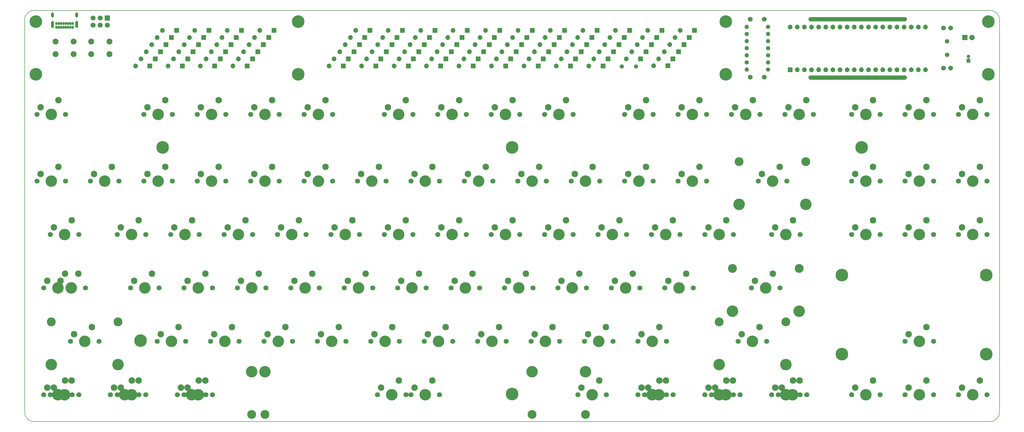
<source format=gbr>
G04 #@! TF.GenerationSoftware,KiCad,Pcbnew,(6.0.1)*
G04 #@! TF.CreationDate,2022-07-06T22:25:25-07:00*
G04 #@! TF.ProjectId,mysterium-pcb,6d797374-6572-4697-956d-2d7063622e6b,rev?*
G04 #@! TF.SameCoordinates,Original*
G04 #@! TF.FileFunction,Soldermask,Top*
G04 #@! TF.FilePolarity,Negative*
%FSLAX46Y46*%
G04 Gerber Fmt 4.6, Leading zero omitted, Abs format (unit mm)*
G04 Created by KiCad (PCBNEW (6.0.1)) date 2022-07-06 22:25:25*
%MOMM*%
%LPD*%
G01*
G04 APERTURE LIST*
G04 Aperture macros list*
%AMRoundRect*
0 Rectangle with rounded corners*
0 $1 Rounding radius*
0 $2 $3 $4 $5 $6 $7 $8 $9 X,Y pos of 4 corners*
0 Add a 4 corners polygon primitive as box body*
4,1,4,$2,$3,$4,$5,$6,$7,$8,$9,$2,$3,0*
0 Add four circle primitives for the rounded corners*
1,1,$1+$1,$2,$3*
1,1,$1+$1,$4,$5*
1,1,$1+$1,$6,$7*
1,1,$1+$1,$8,$9*
0 Add four rect primitives between the rounded corners*
20,1,$1+$1,$2,$3,$4,$5,0*
20,1,$1+$1,$4,$5,$6,$7,0*
20,1,$1+$1,$6,$7,$8,$9,0*
20,1,$1+$1,$8,$9,$2,$3,0*%
G04 Aperture macros list end*
%ADD10C,1.500000*%
G04 #@! TA.AperFunction,Profile*
%ADD11C,0.150000*%
G04 #@! TD*
%ADD12C,4.089800*%
%ADD13C,3.150000*%
%ADD14C,4.102000*%
%ADD15C,1.802000*%
%ADD16C,2.302000*%
%ADD17RoundRect,0.051000X0.600000X-0.600000X0.600000X0.600000X-0.600000X0.600000X-0.600000X-0.600000X0*%
%ADD18C,1.302000*%
%ADD19RoundRect,0.051000X-0.900000X-0.900000X0.900000X-0.900000X0.900000X0.900000X-0.900000X0.900000X0*%
%ADD20C,1.902000*%
%ADD21RoundRect,0.051000X0.800000X0.800000X-0.800000X0.800000X-0.800000X-0.800000X0.800000X-0.800000X0*%
%ADD22O,1.702000X1.702000*%
%ADD23RoundRect,0.051000X0.800000X-0.800000X0.800000X0.800000X-0.800000X0.800000X-0.800000X-0.800000X0*%
%ADD24C,4.502000*%
%ADD25C,2.102000*%
%ADD26C,1.702000*%
%ADD27C,1.502000*%
%ADD28RoundRect,0.051000X0.850000X0.850000X-0.850000X0.850000X-0.850000X-0.850000X0.850000X-0.850000X0*%
%ADD29O,1.502000X1.502000*%
%ADD30C,3.152000*%
%ADD31O,0.752000X1.102000*%
%ADD32O,1.002000X1.802000*%
%ADD33O,1.002000X2.502000*%
%ADD34C,1.602000*%
G04 APERTURE END LIST*
D10*
X317460500Y-58420000D02*
X351067500Y-58420000D01*
X317460500Y-79248000D02*
X351067500Y-79248000D01*
D11*
X40451560Y-55313500D02*
G75*
G03*
X37147501Y-58623559I2999J-3307058D01*
G01*
X384810000Y-58617560D02*
G75*
G03*
X381499941Y-55313501I-3307058J-2999D01*
G01*
X381505940Y-201930000D02*
G75*
G03*
X384809999Y-198619941I-2999J3307058D01*
G01*
X384810000Y-58617560D02*
X384809999Y-198619941D01*
X37147500Y-198625940D02*
X37147501Y-58623559D01*
X37147500Y-198625940D02*
G75*
G03*
X40457559Y-201929999I3307058J2999D01*
G01*
X40451560Y-55313500D02*
X381499941Y-55313500D01*
X381505940Y-201930000D02*
X40457559Y-201929999D01*
D10*
X317460500Y-58420000D02*
X351067500Y-58420000D01*
X317460500Y-79248000D02*
X351067500Y-79248000D01*
D11*
X40451560Y-55313500D02*
G75*
G03*
X37147501Y-58623559I2999J-3307058D01*
G01*
X384810000Y-58617560D02*
G75*
G03*
X381499941Y-55313501I-3307058J-2999D01*
G01*
X381505940Y-201930000D02*
G75*
G03*
X384809999Y-198619941I-2999J3307058D01*
G01*
X384810000Y-58617560D02*
X384809999Y-198619941D01*
X37147500Y-198625940D02*
X37147501Y-58623559D01*
X37147500Y-198625940D02*
G75*
G03*
X40457559Y-201929999I3307058J2999D01*
G01*
X40451560Y-55313500D02*
X381499941Y-55313500D01*
X381505940Y-201930000D02*
X40457559Y-201929999D01*
D12*
X118110000Y-184162700D03*
D13*
X118110000Y-199402700D03*
X218109800Y-199402700D03*
D12*
X218109800Y-184162700D03*
D14*
X65722500Y-116205000D03*
D15*
X70802500Y-116205000D03*
X60642500Y-116205000D03*
D16*
X68262500Y-111125000D03*
X61912500Y-113665000D03*
D14*
X208597500Y-135255000D03*
D15*
X203517500Y-135255000D03*
X213677500Y-135255000D03*
D16*
X211137500Y-130175000D03*
X204787500Y-132715000D03*
D12*
X237172500Y-184150000D03*
D13*
X122872500Y-199390000D03*
D12*
X122872500Y-184150000D03*
D13*
X237172500Y-199390000D03*
D17*
X373741883Y-73225132D03*
D18*
X373741883Y-71725132D03*
D19*
X372466883Y-64929933D03*
D20*
X375006883Y-64929933D03*
D21*
X250983564Y-64922400D03*
D22*
X245903564Y-64922400D03*
D21*
X122301000Y-67462400D03*
D22*
X117221000Y-67462400D03*
D21*
X241315681Y-62382400D03*
D22*
X236235681Y-62382400D03*
D21*
X276034330Y-62382400D03*
D22*
X270954330Y-62382400D03*
D21*
X185559593Y-75082400D03*
D22*
X180479593Y-75082400D03*
D21*
X197131514Y-75082400D03*
D22*
X192051514Y-75082400D03*
D23*
X310139000Y-76459000D03*
D22*
X312679000Y-76459000D03*
X315219000Y-76459000D03*
X317759000Y-76459000D03*
X320299000Y-76459000D03*
X322839000Y-76459000D03*
X325379000Y-76459000D03*
X327919000Y-76459000D03*
X330459000Y-76459000D03*
X332999000Y-76459000D03*
X335539000Y-76459000D03*
X338079000Y-76459000D03*
X340619000Y-76459000D03*
X343159000Y-76459000D03*
X345699000Y-76459000D03*
X348239000Y-76459000D03*
X350779000Y-76459000D03*
X353319000Y-76459000D03*
X355859000Y-76459000D03*
X358399000Y-76459000D03*
X358399000Y-61219000D03*
X355859000Y-61219000D03*
X353319000Y-61219000D03*
X350779000Y-61219000D03*
X348239000Y-61219000D03*
X345699000Y-61219000D03*
X343159000Y-61219000D03*
X340619000Y-61219000D03*
X338079000Y-61219000D03*
X335539000Y-61219000D03*
X332999000Y-61219000D03*
X330459000Y-61219000D03*
X327919000Y-61219000D03*
X325379000Y-61219000D03*
X322839000Y-61219000D03*
X320299000Y-61219000D03*
X317759000Y-61219000D03*
X315219000Y-61219000D03*
X312679000Y-61219000D03*
X310139000Y-61219000D03*
D24*
X41147500Y-59313500D03*
X41147500Y-78063500D03*
X380810000Y-78063500D03*
X380810000Y-59313500D03*
X134734300Y-59313500D03*
X211016251Y-104152700D03*
X211016251Y-192163700D03*
X335597500Y-104152700D03*
X86360000Y-104152700D03*
X78498700Y-173037500D03*
X328583688Y-149669500D03*
X380120412Y-149669500D03*
X328583688Y-177904900D03*
X380120412Y-177904900D03*
D25*
X67385000Y-66375899D03*
X60885000Y-66375899D03*
X60885000Y-70875899D03*
X67385000Y-70875899D03*
D26*
X367371883Y-61579833D03*
X364871883Y-61579833D03*
X367371883Y-75880033D03*
X364871883Y-75880033D03*
X300913800Y-58470800D03*
X295913800Y-58470800D03*
X295899200Y-79095600D03*
X300899200Y-79095600D03*
D21*
X91344500Y-62382400D03*
D22*
X86264500Y-62382400D03*
D24*
X287223200Y-59313500D03*
D21*
X102917383Y-62382400D03*
D22*
X97837383Y-62382400D03*
D21*
X114490266Y-62382400D03*
D22*
X109410266Y-62382400D03*
D21*
X126063149Y-62382400D03*
D22*
X120983149Y-62382400D03*
D21*
X160305500Y-62382400D03*
D22*
X155225500Y-62382400D03*
D21*
X171878383Y-62382400D03*
D22*
X166798383Y-62382400D03*
D21*
X183451266Y-62382400D03*
D22*
X178371266Y-62382400D03*
D21*
X195024149Y-62382400D03*
D22*
X189944149Y-62382400D03*
D21*
X206597032Y-62382400D03*
D22*
X201517032Y-62382400D03*
D21*
X218169915Y-62382400D03*
D22*
X213089915Y-62382400D03*
D21*
X229742798Y-62382400D03*
D22*
X224662798Y-62382400D03*
D21*
X252888564Y-62382400D03*
D22*
X247808564Y-62382400D03*
D21*
X264461447Y-62382400D03*
D22*
X259381447Y-62382400D03*
D21*
X270319330Y-70002400D03*
D22*
X265239330Y-70002400D03*
D21*
X89487351Y-64922400D03*
D22*
X84407351Y-64922400D03*
D21*
X101060234Y-64922400D03*
D22*
X95980234Y-64922400D03*
D21*
X112633117Y-64922400D03*
D22*
X107553117Y-64922400D03*
D21*
X124206000Y-64922400D03*
D22*
X119126000Y-64922400D03*
D21*
X158400500Y-64922400D03*
D22*
X153320500Y-64922400D03*
D21*
X169973383Y-64922400D03*
D22*
X164893383Y-64922400D03*
D21*
X181546266Y-64922400D03*
D22*
X176466266Y-64922400D03*
D21*
X193119149Y-64922400D03*
D22*
X188039149Y-64922400D03*
D21*
X204692032Y-64922400D03*
D22*
X199612032Y-64922400D03*
D21*
X216264915Y-64922400D03*
D22*
X211184915Y-64922400D03*
D21*
X227837798Y-64922400D03*
D22*
X222757798Y-64922400D03*
D21*
X239410681Y-64922400D03*
D22*
X234330681Y-64922400D03*
D21*
X262556447Y-64922400D03*
D22*
X257476447Y-64922400D03*
D21*
X274129330Y-64922400D03*
D22*
X269049330Y-64922400D03*
D21*
X268350660Y-72542400D03*
D22*
X263270660Y-72542400D03*
D21*
X258746447Y-70002400D03*
D22*
X253666447Y-70002400D03*
D21*
X87582351Y-67462400D03*
D22*
X82502351Y-67462400D03*
D21*
X99155234Y-67462400D03*
D22*
X94075234Y-67462400D03*
D21*
X110728117Y-67462400D03*
D22*
X105648117Y-67462400D03*
D21*
X156558830Y-67462400D03*
D22*
X151478830Y-67462400D03*
D21*
X168131713Y-67462400D03*
D22*
X163051713Y-67462400D03*
D21*
X179704596Y-67462400D03*
D22*
X174624596Y-67462400D03*
D21*
X191277479Y-67462400D03*
D22*
X186197479Y-67462400D03*
D21*
X202850362Y-67462400D03*
D22*
X197770362Y-67462400D03*
D21*
X214423245Y-67462400D03*
D22*
X209343245Y-67462400D03*
D21*
X225996128Y-67462400D03*
D22*
X220916128Y-67462400D03*
D21*
X237569011Y-67462400D03*
D22*
X232489011Y-67462400D03*
D21*
X249141894Y-67462400D03*
D22*
X244061894Y-67462400D03*
D21*
X260714777Y-67462400D03*
D22*
X255634777Y-67462400D03*
D21*
X272287660Y-67462400D03*
D22*
X267207660Y-67462400D03*
D21*
X266576508Y-75057000D03*
D22*
X261496508Y-75057000D03*
D21*
X256777777Y-72542400D03*
D22*
X251697777Y-72542400D03*
D21*
X85629500Y-70002400D03*
D22*
X80549500Y-70002400D03*
D21*
X97202383Y-70002400D03*
D22*
X92122383Y-70002400D03*
D21*
X108775266Y-70002400D03*
D22*
X103695266Y-70002400D03*
D21*
X120348149Y-70002400D03*
D22*
X115268149Y-70002400D03*
D21*
X154590500Y-70002400D03*
D22*
X149510500Y-70002400D03*
D21*
X166163383Y-70002400D03*
D22*
X161083383Y-70002400D03*
D21*
X177736266Y-70002400D03*
D22*
X172656266Y-70002400D03*
D21*
X189309149Y-70002400D03*
D22*
X184229149Y-70002400D03*
D21*
X200882032Y-70002400D03*
D22*
X195802032Y-70002400D03*
D21*
X212454915Y-70002400D03*
D22*
X207374915Y-70002400D03*
D21*
X224027798Y-70002400D03*
D22*
X218947798Y-70002400D03*
D21*
X235600681Y-70002400D03*
D22*
X230520681Y-70002400D03*
D21*
X247173564Y-70002400D03*
D22*
X242093564Y-70002400D03*
D21*
X83772351Y-72542400D03*
D22*
X78692351Y-72542400D03*
D21*
X95345234Y-72542400D03*
D22*
X90265234Y-72542400D03*
D21*
X106918117Y-72542400D03*
D22*
X101838117Y-72542400D03*
D21*
X118491000Y-72542400D03*
D22*
X113411000Y-72542400D03*
D21*
X152621830Y-72542400D03*
D22*
X147541830Y-72542400D03*
D21*
X164194713Y-72542400D03*
D22*
X159114713Y-72542400D03*
D21*
X175767596Y-72542400D03*
D22*
X170687596Y-72542400D03*
D21*
X187340479Y-72542400D03*
D22*
X182260479Y-72542400D03*
D21*
X198913362Y-72542400D03*
D22*
X193833362Y-72542400D03*
D21*
X210486245Y-72542400D03*
D22*
X205406245Y-72542400D03*
D21*
X222059128Y-72542400D03*
D22*
X216979128Y-72542400D03*
D21*
X233632011Y-72542400D03*
D22*
X228552011Y-72542400D03*
D21*
X245204894Y-72542400D03*
D22*
X240124894Y-72542400D03*
D21*
X81804579Y-75082400D03*
D22*
X76724579Y-75082400D03*
D21*
X93376500Y-75082400D03*
D22*
X88296500Y-75082400D03*
D21*
X104948421Y-75082400D03*
D22*
X99868421Y-75082400D03*
D21*
X116520342Y-75082400D03*
D22*
X111440342Y-75082400D03*
D21*
X150843830Y-75082400D03*
D22*
X145763830Y-75082400D03*
D21*
X162415751Y-75082400D03*
D22*
X157335751Y-75082400D03*
D21*
X173987672Y-75082400D03*
D22*
X168907672Y-75082400D03*
D21*
X208703435Y-75082400D03*
D22*
X203623435Y-75082400D03*
D21*
X220275356Y-75082400D03*
D22*
X215195356Y-75082400D03*
D21*
X231847277Y-75082400D03*
D22*
X226767277Y-75082400D03*
D21*
X243419198Y-75082400D03*
D22*
X238339198Y-75082400D03*
D27*
X255236125Y-75311000D03*
X250136125Y-75311000D03*
D28*
X66675000Y-58039000D03*
D15*
X66675000Y-60579000D03*
X64135000Y-58039000D03*
X64135000Y-60579000D03*
X61595000Y-58039000D03*
X61595000Y-60579000D03*
D27*
X302251491Y-61158976D03*
D29*
X294631491Y-61158976D03*
D27*
X294631491Y-63697152D03*
D29*
X302251491Y-63697152D03*
D27*
X302251491Y-68773504D03*
D29*
X294631491Y-68773504D03*
D27*
X302251491Y-71311680D03*
D29*
X294631491Y-71311680D03*
D27*
X302251491Y-76388033D03*
D29*
X294631491Y-76388033D03*
D27*
X302251491Y-66235328D03*
D29*
X294631491Y-66235328D03*
D27*
X294631491Y-73849856D03*
D29*
X302251491Y-73849856D03*
D25*
X48159600Y-66375899D03*
X54659600Y-66375899D03*
X54659600Y-70875899D03*
X48159600Y-70875899D03*
D15*
X41592500Y-92392500D03*
X51752500Y-92392500D03*
D14*
X46672500Y-92392500D03*
D16*
X49212500Y-87312500D03*
X42862500Y-89852500D03*
D14*
X84772500Y-92392500D03*
D15*
X79692500Y-92392500D03*
X89852500Y-92392500D03*
D16*
X87312500Y-87312500D03*
X80962500Y-89852500D03*
D14*
X103822500Y-92392500D03*
D15*
X108902500Y-92392500D03*
X98742500Y-92392500D03*
D16*
X106362500Y-87312500D03*
X100012500Y-89852500D03*
D14*
X122872500Y-92392500D03*
D15*
X127952500Y-92392500D03*
X117792500Y-92392500D03*
D16*
X125412500Y-87312500D03*
X119062500Y-89852500D03*
D14*
X141922500Y-92392500D03*
D15*
X147002500Y-92392500D03*
X136842500Y-92392500D03*
D16*
X144462500Y-87312500D03*
X138112500Y-89852500D03*
D15*
X165417500Y-92392500D03*
X175577500Y-92392500D03*
D14*
X170497500Y-92392500D03*
D16*
X173037500Y-87312500D03*
X166687500Y-89852500D03*
D15*
X184467500Y-92392500D03*
X194627500Y-92392500D03*
D14*
X189547500Y-92392500D03*
D16*
X192087500Y-87312500D03*
X185737500Y-89852500D03*
D15*
X213677500Y-92392500D03*
X203517500Y-92392500D03*
D14*
X208597500Y-92392500D03*
D16*
X211137500Y-87312500D03*
X204787500Y-89852500D03*
D14*
X227647500Y-92392500D03*
D15*
X222567500Y-92392500D03*
X232727500Y-92392500D03*
D16*
X230187500Y-87312500D03*
X223837500Y-89852500D03*
D15*
X261302500Y-92392500D03*
X251142500Y-92392500D03*
D14*
X256222500Y-92392500D03*
D16*
X258762500Y-87312500D03*
X252412500Y-89852500D03*
D15*
X280352500Y-92392500D03*
X270192500Y-92392500D03*
D14*
X275272500Y-92392500D03*
D16*
X277812500Y-87312500D03*
X271462500Y-89852500D03*
D14*
X294322500Y-92392500D03*
D15*
X289242500Y-92392500D03*
X299402500Y-92392500D03*
D16*
X296862500Y-87312500D03*
X290512500Y-89852500D03*
D14*
X313372500Y-92392500D03*
D15*
X308292500Y-92392500D03*
X318452500Y-92392500D03*
D16*
X315912500Y-87312500D03*
X309562500Y-89852500D03*
D15*
X332105000Y-92392500D03*
D14*
X337185000Y-92392500D03*
D15*
X342265000Y-92392500D03*
D16*
X339725000Y-87312500D03*
X333375000Y-89852500D03*
D15*
X351155000Y-92392500D03*
X361315000Y-92392500D03*
D14*
X356235000Y-92392500D03*
D16*
X358775000Y-87312500D03*
X352425000Y-89852500D03*
D15*
X380365000Y-92392500D03*
X370205000Y-92392500D03*
D14*
X375285000Y-92392500D03*
D16*
X377825000Y-87312500D03*
X371475000Y-89852500D03*
D15*
X51752500Y-116205000D03*
D14*
X46672500Y-116205000D03*
D15*
X41592500Y-116205000D03*
D16*
X49212500Y-111125000D03*
X42862500Y-113665000D03*
D15*
X89852500Y-116205000D03*
X79692500Y-116205000D03*
D14*
X84772500Y-116205000D03*
D16*
X87312500Y-111125000D03*
X80962500Y-113665000D03*
D14*
X103822500Y-116205000D03*
D15*
X108902500Y-116205000D03*
X98742500Y-116205000D03*
D16*
X106362500Y-111125000D03*
X100012500Y-113665000D03*
D14*
X122872500Y-116205000D03*
D15*
X117792500Y-116205000D03*
X127952500Y-116205000D03*
D16*
X125412500Y-111125000D03*
X119062500Y-113665000D03*
D14*
X141922500Y-116205000D03*
D15*
X147002500Y-116205000D03*
X136842500Y-116205000D03*
D16*
X144462500Y-111125000D03*
X138112500Y-113665000D03*
D15*
X155892500Y-116205000D03*
D14*
X160972500Y-116205000D03*
D15*
X166052500Y-116205000D03*
D16*
X163512500Y-111125000D03*
X157162500Y-113665000D03*
D15*
X185102500Y-116205000D03*
D14*
X180022500Y-116205000D03*
D15*
X174942500Y-116205000D03*
D16*
X182562500Y-111125000D03*
X176212500Y-113665000D03*
D15*
X193992500Y-116205000D03*
D14*
X199072500Y-116205000D03*
D15*
X204152500Y-116205000D03*
D16*
X201612500Y-111125000D03*
X195262500Y-113665000D03*
D15*
X223202500Y-116205000D03*
D14*
X218122500Y-116205000D03*
D15*
X213042500Y-116205000D03*
D16*
X220662500Y-111125000D03*
X214312500Y-113665000D03*
D15*
X232092500Y-116205000D03*
D14*
X237172500Y-116205000D03*
D15*
X242252500Y-116205000D03*
D16*
X239712500Y-111125000D03*
X233362500Y-113665000D03*
D15*
X261302500Y-116205000D03*
D14*
X256222500Y-116205000D03*
D15*
X251142500Y-116205000D03*
D16*
X258762500Y-111125000D03*
X252412500Y-113665000D03*
D15*
X270192500Y-116205000D03*
D14*
X275272500Y-116205000D03*
D15*
X280352500Y-116205000D03*
D16*
X277812500Y-111125000D03*
X271462500Y-113665000D03*
D14*
X315747500Y-124445000D03*
D15*
X308927500Y-116205000D03*
D14*
X303847500Y-116205000D03*
D30*
X291947500Y-109205000D03*
D15*
X298767500Y-116205000D03*
D30*
X315747500Y-109205000D03*
D14*
X291947500Y-124445000D03*
D16*
X306387500Y-111125000D03*
X300037500Y-113665000D03*
D15*
X332105000Y-116205000D03*
D14*
X337185000Y-116205000D03*
D15*
X342265000Y-116205000D03*
D16*
X339725000Y-111125000D03*
X333375000Y-113665000D03*
D15*
X361315000Y-116205000D03*
X351155000Y-116205000D03*
D14*
X356235000Y-116205000D03*
D16*
X358775000Y-111125000D03*
X352425000Y-113665000D03*
D14*
X375285000Y-116205000D03*
D15*
X370205000Y-116205000D03*
X380365000Y-116205000D03*
D16*
X377825000Y-111125000D03*
X371475000Y-113665000D03*
D15*
X56515000Y-135255000D03*
X46355000Y-135255000D03*
D14*
X51435000Y-135255000D03*
D16*
X53975000Y-130175000D03*
X47625000Y-132715000D03*
D15*
X80327500Y-135255000D03*
X70167500Y-135255000D03*
D14*
X75247500Y-135255000D03*
D16*
X77787500Y-130175000D03*
X71437500Y-132715000D03*
D14*
X113347500Y-135255000D03*
D15*
X108267500Y-135255000D03*
X118427500Y-135255000D03*
D16*
X115887500Y-130175000D03*
X109537500Y-132715000D03*
D15*
X127317500Y-135255000D03*
D14*
X132397500Y-135255000D03*
D15*
X137477500Y-135255000D03*
D16*
X134937500Y-130175000D03*
X128587500Y-132715000D03*
D15*
X146367500Y-135255000D03*
D14*
X151447500Y-135255000D03*
D15*
X156527500Y-135255000D03*
D16*
X153987500Y-130175000D03*
X147637500Y-132715000D03*
D14*
X170497500Y-135255000D03*
D15*
X175577500Y-135255000D03*
X165417500Y-135255000D03*
D16*
X173037500Y-130175000D03*
X166687500Y-132715000D03*
D15*
X194627500Y-135255000D03*
D14*
X189547500Y-135255000D03*
D15*
X184467500Y-135255000D03*
D16*
X192087500Y-130175000D03*
X185737500Y-132715000D03*
D15*
X222567500Y-135255000D03*
X232727500Y-135255000D03*
D14*
X227647500Y-135255000D03*
D16*
X230187500Y-130175000D03*
X223837500Y-132715000D03*
D14*
X246697500Y-135255000D03*
D15*
X251777500Y-135255000D03*
X241617500Y-135255000D03*
D16*
X249237500Y-130175000D03*
X242887500Y-132715000D03*
D14*
X265747500Y-135255000D03*
D15*
X270827500Y-135255000D03*
X260667500Y-135255000D03*
D16*
X268287500Y-130175000D03*
X261937500Y-132715000D03*
D14*
X284797500Y-135255000D03*
D15*
X279717500Y-135255000D03*
X289877500Y-135255000D03*
D16*
X287337500Y-130175000D03*
X280987500Y-132715000D03*
D15*
X313690000Y-135255000D03*
D14*
X308610000Y-135255000D03*
D15*
X303530000Y-135255000D03*
D16*
X311150000Y-130175000D03*
X304800000Y-132715000D03*
D15*
X332105000Y-135255000D03*
X342265000Y-135255000D03*
D14*
X337185000Y-135255000D03*
D16*
X339725000Y-130175000D03*
X333375000Y-132715000D03*
D15*
X361315000Y-135255000D03*
X351155000Y-135255000D03*
D14*
X356235000Y-135255000D03*
D16*
X358775000Y-130175000D03*
X352425000Y-132715000D03*
D15*
X380365000Y-135255000D03*
D14*
X375285000Y-135255000D03*
D15*
X370205000Y-135255000D03*
D16*
X377825000Y-130175000D03*
X371475000Y-132715000D03*
D14*
X53816250Y-154305000D03*
D15*
X58896250Y-154305000D03*
X48736250Y-154305000D03*
D16*
X56356250Y-149225000D03*
X50006250Y-151765000D03*
D15*
X43973750Y-154305000D03*
X54133750Y-154305000D03*
D14*
X49053750Y-154305000D03*
D16*
X51593750Y-149225000D03*
X45243750Y-151765000D03*
D14*
X80010000Y-154305000D03*
D15*
X74930000Y-154305000D03*
X85090000Y-154305000D03*
D16*
X82550000Y-149225000D03*
X76200000Y-151765000D03*
D15*
X93980000Y-154305000D03*
X104140000Y-154305000D03*
D14*
X99060000Y-154305000D03*
D16*
X101600000Y-149225000D03*
X95250000Y-151765000D03*
D15*
X113030000Y-154305000D03*
D14*
X118110000Y-154305000D03*
D15*
X123190000Y-154305000D03*
D16*
X120650000Y-149225000D03*
X114300000Y-151765000D03*
D15*
X142240000Y-154305000D03*
X132080000Y-154305000D03*
D14*
X137160000Y-154305000D03*
D16*
X139700000Y-149225000D03*
X133350000Y-151765000D03*
D15*
X151130000Y-154305000D03*
X161290000Y-154305000D03*
D14*
X156210000Y-154305000D03*
D16*
X158750000Y-149225000D03*
X152400000Y-151765000D03*
D14*
X175260000Y-154305000D03*
D15*
X180340000Y-154305000D03*
X170180000Y-154305000D03*
D16*
X177800000Y-149225000D03*
X171450000Y-151765000D03*
D14*
X194310000Y-154305000D03*
D15*
X199390000Y-154305000D03*
X189230000Y-154305000D03*
D16*
X196850000Y-149225000D03*
X190500000Y-151765000D03*
D15*
X218440000Y-154305000D03*
X208280000Y-154305000D03*
D14*
X213360000Y-154305000D03*
D16*
X215900000Y-149225000D03*
X209550000Y-151765000D03*
D14*
X232410000Y-154305000D03*
D15*
X227330000Y-154305000D03*
X237490000Y-154305000D03*
D16*
X234950000Y-149225000D03*
X228600000Y-151765000D03*
D14*
X251460000Y-154305000D03*
D15*
X256540000Y-154305000D03*
X246380000Y-154305000D03*
D16*
X254000000Y-149225000D03*
X247650000Y-151765000D03*
D30*
X46678750Y-166355000D03*
D15*
X63658750Y-173355000D03*
D14*
X58578750Y-173355000D03*
D30*
X70478750Y-166355000D03*
D15*
X53498750Y-173355000D03*
D14*
X46678750Y-181595000D03*
X70478750Y-181595000D03*
D16*
X61118750Y-168275000D03*
X54768750Y-170815000D03*
D15*
X94615000Y-173355000D03*
X84455000Y-173355000D03*
D14*
X89535000Y-173355000D03*
D16*
X92075000Y-168275000D03*
X85725000Y-170815000D03*
D14*
X108585000Y-173355000D03*
D15*
X113665000Y-173355000D03*
X103505000Y-173355000D03*
D16*
X111125000Y-168275000D03*
X104775000Y-170815000D03*
D15*
X132715000Y-173355000D03*
X122555000Y-173355000D03*
D14*
X127635000Y-173355000D03*
D16*
X130175000Y-168275000D03*
X123825000Y-170815000D03*
D14*
X146685000Y-173355000D03*
D15*
X141605000Y-173355000D03*
X151765000Y-173355000D03*
D16*
X149225000Y-168275000D03*
X142875000Y-170815000D03*
D14*
X165735000Y-173355000D03*
D15*
X160655000Y-173355000D03*
X170815000Y-173355000D03*
D16*
X168275000Y-168275000D03*
X161925000Y-170815000D03*
D14*
X184785000Y-173355000D03*
D15*
X179705000Y-173355000D03*
X189865000Y-173355000D03*
D16*
X187325000Y-168275000D03*
X180975000Y-170815000D03*
D15*
X208915000Y-173355000D03*
D14*
X203835000Y-173355000D03*
D15*
X198755000Y-173355000D03*
D16*
X206375000Y-168275000D03*
X200025000Y-170815000D03*
D14*
X222885000Y-173355000D03*
D15*
X227965000Y-173355000D03*
X217805000Y-173355000D03*
D16*
X225425000Y-168275000D03*
X219075000Y-170815000D03*
D15*
X247015000Y-173355000D03*
D14*
X241935000Y-173355000D03*
D15*
X236855000Y-173355000D03*
D16*
X244475000Y-168275000D03*
X238125000Y-170815000D03*
D15*
X361315000Y-173355000D03*
X351155000Y-173355000D03*
D14*
X356235000Y-173355000D03*
D16*
X358775000Y-168275000D03*
X352425000Y-170815000D03*
D14*
X51435000Y-192405000D03*
D15*
X46355000Y-192405000D03*
X56515000Y-192405000D03*
D16*
X53975000Y-187325000D03*
X47625000Y-189865000D03*
D15*
X54133750Y-192405000D03*
X43973750Y-192405000D03*
D14*
X49053750Y-192405000D03*
D16*
X51593750Y-187325000D03*
X45243750Y-189865000D03*
D15*
X67786250Y-192405000D03*
D14*
X72866250Y-192405000D03*
D15*
X77946250Y-192405000D03*
D16*
X75406250Y-187325000D03*
X69056250Y-189865000D03*
D14*
X75247500Y-192405000D03*
D15*
X80327500Y-192405000D03*
X70167500Y-192405000D03*
D16*
X77787500Y-187325000D03*
X71437500Y-189865000D03*
D14*
X99060000Y-192405000D03*
D15*
X104140000Y-192405000D03*
X93980000Y-192405000D03*
D16*
X101600000Y-187325000D03*
X95250000Y-189865000D03*
D14*
X96678750Y-192405000D03*
D15*
X91598750Y-192405000D03*
X101758750Y-192405000D03*
D16*
X99218750Y-187325000D03*
X92868750Y-189865000D03*
D14*
X168116250Y-192405000D03*
D15*
X173196250Y-192405000D03*
X163036250Y-192405000D03*
D16*
X170656250Y-187325000D03*
X164306250Y-189865000D03*
D15*
X185102500Y-192405000D03*
D14*
X180022500Y-192405000D03*
D15*
X174942500Y-192405000D03*
D16*
X182562500Y-187325000D03*
X176212500Y-189865000D03*
D14*
X239553750Y-192405000D03*
D15*
X234473750Y-192405000D03*
X244633750Y-192405000D03*
D16*
X242093750Y-187325000D03*
X235743750Y-189865000D03*
D15*
X332105000Y-192405000D03*
X342265000Y-192405000D03*
D14*
X337185000Y-192405000D03*
D16*
X339725000Y-187325000D03*
X333375000Y-189865000D03*
D14*
X356235000Y-192405000D03*
D15*
X361315000Y-192405000D03*
X351155000Y-192405000D03*
D16*
X358775000Y-187325000D03*
X352425000Y-189865000D03*
D15*
X380365000Y-192405000D03*
D14*
X375285000Y-192405000D03*
D15*
X370205000Y-192405000D03*
D16*
X377825000Y-187325000D03*
X371475000Y-189865000D03*
D31*
X54384600Y-61315600D03*
X53534600Y-61315600D03*
X52684600Y-61315600D03*
X51834600Y-61315600D03*
X50984600Y-61315600D03*
X50134600Y-61315600D03*
X49284600Y-61315600D03*
X48434600Y-61315600D03*
X48429600Y-59990600D03*
X49279600Y-59990600D03*
X50129600Y-59990600D03*
X50979600Y-59990600D03*
X51829600Y-59990600D03*
X52679600Y-59990600D03*
X53529600Y-59990600D03*
X54384600Y-59990600D03*
D32*
X47084600Y-56955600D03*
X55734600Y-56955600D03*
D33*
X47084600Y-60335600D03*
X55734600Y-60335600D03*
D34*
X366121883Y-66279933D03*
X366121883Y-71159933D03*
D24*
X134734300Y-78063500D03*
X287223200Y-78063500D03*
D15*
X279717500Y-192405000D03*
D14*
X284797500Y-192405000D03*
D15*
X289877500Y-192405000D03*
D16*
X287337500Y-187325000D03*
X280987500Y-189865000D03*
D14*
X284803750Y-181601350D03*
D30*
X284803750Y-166361350D03*
D14*
X308603750Y-181601350D03*
D15*
X301783750Y-173361350D03*
D30*
X308603750Y-166361350D03*
D14*
X296703750Y-173361350D03*
D15*
X291623750Y-173361350D03*
D16*
X299243750Y-168281350D03*
X292893750Y-170821350D03*
D14*
X308610000Y-192405000D03*
D15*
X303530000Y-192405000D03*
X313690000Y-192405000D03*
D16*
X311150000Y-187325000D03*
X304800000Y-189865000D03*
D15*
X275590000Y-154305000D03*
X265430000Y-154305000D03*
D14*
X270510000Y-154305000D03*
D16*
X273050000Y-149225000D03*
X266700000Y-151765000D03*
D15*
X255905000Y-173355000D03*
D14*
X260985000Y-173355000D03*
D15*
X266065000Y-173355000D03*
D16*
X263525000Y-168275000D03*
X257175000Y-170815000D03*
D15*
X89217500Y-135255000D03*
X99377500Y-135255000D03*
D14*
X94297500Y-135255000D03*
D16*
X96837500Y-130175000D03*
X90487500Y-132715000D03*
D15*
X258286250Y-192405000D03*
D14*
X263366250Y-192405000D03*
D15*
X268446250Y-192405000D03*
D16*
X265906250Y-187325000D03*
X259556250Y-189865000D03*
D14*
X301466250Y-154305000D03*
D30*
X289566250Y-147305000D03*
D14*
X289566250Y-162545000D03*
D15*
X296386250Y-154305000D03*
X306546250Y-154305000D03*
D14*
X313366250Y-162545000D03*
D30*
X313366250Y-147305000D03*
D16*
X304006250Y-149225000D03*
X297656250Y-151765000D03*
D15*
X305911250Y-192405000D03*
X316071250Y-192405000D03*
D14*
X310991250Y-192405000D03*
D16*
X313531250Y-187325000D03*
X307181250Y-189865000D03*
D14*
X260985000Y-192405000D03*
D15*
X266065000Y-192405000D03*
X255905000Y-192405000D03*
D16*
X263525000Y-187325000D03*
X257175000Y-189865000D03*
D15*
X282098750Y-192405000D03*
D14*
X287178750Y-192405000D03*
D15*
X292258750Y-192405000D03*
D16*
X289718750Y-187325000D03*
X283368750Y-189865000D03*
G36*
X47077329Y-192943372D02*
G01*
X47143378Y-193136282D01*
X47142993Y-193138245D01*
X47141101Y-193138893D01*
X47139853Y-193138085D01*
X47100121Y-193081895D01*
X47035910Y-193055940D01*
X46967662Y-193068858D01*
X46962877Y-193071912D01*
X46960879Y-193072001D01*
X46959803Y-193070315D01*
X46960315Y-193068888D01*
X47073951Y-192942682D01*
X47075853Y-192942064D01*
X47077329Y-192943372D01*
G37*
G36*
X70889829Y-192943372D02*
G01*
X70955878Y-193136282D01*
X70955493Y-193138245D01*
X70953601Y-193138893D01*
X70952353Y-193138085D01*
X70912621Y-193081895D01*
X70848410Y-193055940D01*
X70780162Y-193068858D01*
X70775377Y-193071912D01*
X70773379Y-193072001D01*
X70772303Y-193070315D01*
X70772815Y-193068888D01*
X70886451Y-192942682D01*
X70888353Y-192942064D01*
X70889829Y-192943372D01*
G37*
G36*
X94702329Y-192943372D02*
G01*
X94768378Y-193136282D01*
X94767993Y-193138245D01*
X94766101Y-193138893D01*
X94764853Y-193138085D01*
X94725121Y-193081895D01*
X94660910Y-193055940D01*
X94592662Y-193068858D01*
X94587877Y-193071912D01*
X94585879Y-193072001D01*
X94584803Y-193070315D01*
X94585315Y-193068888D01*
X94698951Y-192942682D01*
X94700853Y-192942064D01*
X94702329Y-192943372D01*
G37*
G36*
X282821079Y-192943372D02*
G01*
X282887128Y-193136282D01*
X282886743Y-193138245D01*
X282884851Y-193138893D01*
X282883603Y-193138085D01*
X282843871Y-193081895D01*
X282779660Y-193055940D01*
X282711412Y-193068858D01*
X282706627Y-193071912D01*
X282704629Y-193072001D01*
X282703553Y-193070315D01*
X282704065Y-193068888D01*
X282817701Y-192942682D01*
X282819603Y-192942064D01*
X282821079Y-192943372D01*
G37*
G36*
X259008579Y-192943372D02*
G01*
X259074628Y-193136282D01*
X259074243Y-193138245D01*
X259072351Y-193138893D01*
X259071103Y-193138085D01*
X259031371Y-193081895D01*
X258967160Y-193055940D01*
X258898912Y-193068858D01*
X258894127Y-193071912D01*
X258892129Y-193072001D01*
X258891053Y-193070315D01*
X258891565Y-193068888D01*
X259005201Y-192942682D01*
X259007103Y-192942064D01*
X259008579Y-192943372D01*
G37*
G36*
X306633579Y-192943372D02*
G01*
X306699628Y-193136282D01*
X306699243Y-193138245D01*
X306697351Y-193138893D01*
X306696103Y-193138085D01*
X306656371Y-193081895D01*
X306592160Y-193055940D01*
X306523912Y-193068858D01*
X306519127Y-193071912D01*
X306517129Y-193072001D01*
X306516053Y-193070315D01*
X306516565Y-193068888D01*
X306630201Y-192942682D01*
X306632103Y-192942064D01*
X306633579Y-192943372D01*
G37*
G36*
X53412780Y-192940440D02*
G01*
X53532227Y-193073100D01*
X53532643Y-193075056D01*
X53531157Y-193076394D01*
X53529926Y-193076265D01*
X53480790Y-193054351D01*
X53412329Y-193064816D01*
X53360245Y-193110764D01*
X53350529Y-193130286D01*
X53348862Y-193131391D01*
X53347071Y-193130500D01*
X53346867Y-193128688D01*
X53396542Y-192997228D01*
X53409344Y-192941331D01*
X53410706Y-192939866D01*
X53412780Y-192940440D01*
G37*
G36*
X312969030Y-192940440D02*
G01*
X313088477Y-193073100D01*
X313088893Y-193075056D01*
X313087407Y-193076394D01*
X313086176Y-193076265D01*
X313037040Y-193054351D01*
X312968579Y-193064816D01*
X312916495Y-193110764D01*
X312906779Y-193130286D01*
X312905112Y-193131391D01*
X312903321Y-193130500D01*
X312903117Y-193128688D01*
X312952792Y-192997228D01*
X312965594Y-192941331D01*
X312966956Y-192939866D01*
X312969030Y-192940440D01*
G37*
G36*
X265344030Y-192940440D02*
G01*
X265463477Y-193073100D01*
X265463893Y-193075056D01*
X265462407Y-193076394D01*
X265461176Y-193076265D01*
X265412040Y-193054351D01*
X265343579Y-193064816D01*
X265291495Y-193110764D01*
X265281779Y-193130286D01*
X265280112Y-193131391D01*
X265278321Y-193130500D01*
X265278117Y-193128688D01*
X265327792Y-192997228D01*
X265340594Y-192941331D01*
X265341956Y-192939866D01*
X265344030Y-192940440D01*
G37*
G36*
X289156530Y-192940440D02*
G01*
X289275977Y-193073100D01*
X289276393Y-193075056D01*
X289274907Y-193076394D01*
X289273676Y-193076265D01*
X289224540Y-193054351D01*
X289156079Y-193064816D01*
X289103995Y-193110764D01*
X289094279Y-193130286D01*
X289092612Y-193131391D01*
X289090821Y-193130500D01*
X289090617Y-193128688D01*
X289140292Y-192997228D01*
X289153094Y-192941331D01*
X289154456Y-192939866D01*
X289156530Y-192940440D01*
G37*
G36*
X77225280Y-192940440D02*
G01*
X77344727Y-193073100D01*
X77345143Y-193075056D01*
X77343657Y-193076394D01*
X77342426Y-193076265D01*
X77293290Y-193054351D01*
X77224829Y-193064816D01*
X77172745Y-193110764D01*
X77163029Y-193130286D01*
X77161362Y-193131391D01*
X77159571Y-193130500D01*
X77159367Y-193128688D01*
X77209042Y-192997228D01*
X77221844Y-192941331D01*
X77223206Y-192939866D01*
X77225280Y-192940440D01*
G37*
G36*
X101037780Y-192940440D02*
G01*
X101157227Y-193073100D01*
X101157643Y-193075056D01*
X101156157Y-193076394D01*
X101154926Y-193076265D01*
X101105790Y-193054351D01*
X101037329Y-193064816D01*
X100985245Y-193110764D01*
X100975529Y-193130286D01*
X100973862Y-193131391D01*
X100972071Y-193130500D01*
X100971867Y-193128688D01*
X101021542Y-192997228D01*
X101034344Y-192941331D01*
X101035706Y-192939866D01*
X101037780Y-192940440D01*
G37*
G36*
X174070861Y-192616184D02*
G01*
X174071277Y-192616904D01*
X174121233Y-192770652D01*
X174201251Y-192909248D01*
X174201251Y-192911248D01*
X174199519Y-192912248D01*
X174197952Y-192911490D01*
X174184086Y-192893995D01*
X174183874Y-192893667D01*
X174177638Y-192881533D01*
X174129703Y-192831132D01*
X174062418Y-192814718D01*
X173996871Y-192837311D01*
X173961055Y-192876938D01*
X173933748Y-192925006D01*
X173933523Y-192925325D01*
X173931323Y-192927873D01*
X173929434Y-192928531D01*
X173927920Y-192927223D01*
X173928077Y-192925566D01*
X174017517Y-192770652D01*
X174067473Y-192616904D01*
X174068959Y-192615566D01*
X174070861Y-192616184D01*
G37*
G36*
X174207675Y-191888196D02*
G01*
X174207528Y-191889880D01*
X174121233Y-192039348D01*
X174071277Y-192193096D01*
X174069791Y-192194434D01*
X174067889Y-192193816D01*
X174067473Y-192193096D01*
X174017517Y-192039348D01*
X173934362Y-191895319D01*
X173934362Y-191893319D01*
X173936094Y-191892319D01*
X173937644Y-191893055D01*
X173947763Y-191905462D01*
X173947979Y-191905787D01*
X173961058Y-191930386D01*
X174009693Y-191980113D01*
X174077200Y-191995585D01*
X174142427Y-191972078D01*
X174177684Y-191931957D01*
X174197813Y-191895342D01*
X174198034Y-191895019D01*
X174204264Y-191887594D01*
X174206143Y-191886910D01*
X174207675Y-191888196D01*
G37*
G36*
X70954585Y-191677970D02*
G01*
X70954810Y-191679782D01*
X70898613Y-191833347D01*
X70891110Y-191867759D01*
X70889764Y-191869238D01*
X70887670Y-191868671D01*
X70768990Y-191736864D01*
X70768574Y-191734908D01*
X70770060Y-191733570D01*
X70771265Y-191733688D01*
X70822115Y-191755520D01*
X70890427Y-191744100D01*
X70941864Y-191697428D01*
X70951131Y-191678226D01*
X70952784Y-191677100D01*
X70954585Y-191677970D01*
G37*
G36*
X47142085Y-191677970D02*
G01*
X47142310Y-191679782D01*
X47086113Y-191833347D01*
X47078610Y-191867759D01*
X47077264Y-191869238D01*
X47075170Y-191868671D01*
X46956490Y-191736864D01*
X46956074Y-191734908D01*
X46957560Y-191733570D01*
X46958765Y-191733688D01*
X47009615Y-191755520D01*
X47077927Y-191744100D01*
X47129364Y-191697428D01*
X47138631Y-191678226D01*
X47140284Y-191677100D01*
X47142085Y-191677970D01*
G37*
G36*
X282885835Y-191677970D02*
G01*
X282886060Y-191679782D01*
X282829863Y-191833347D01*
X282822360Y-191867759D01*
X282821014Y-191869238D01*
X282818920Y-191868671D01*
X282700240Y-191736864D01*
X282699824Y-191734908D01*
X282701310Y-191733570D01*
X282702515Y-191733688D01*
X282753365Y-191755520D01*
X282821677Y-191744100D01*
X282873114Y-191697428D01*
X282882381Y-191678226D01*
X282884034Y-191677100D01*
X282885835Y-191677970D01*
G37*
G36*
X94767085Y-191677970D02*
G01*
X94767310Y-191679782D01*
X94711113Y-191833347D01*
X94703610Y-191867759D01*
X94702264Y-191869238D01*
X94700170Y-191868671D01*
X94581490Y-191736864D01*
X94581074Y-191734908D01*
X94582560Y-191733570D01*
X94583765Y-191733688D01*
X94634615Y-191755520D01*
X94702927Y-191744100D01*
X94754364Y-191697428D01*
X94763631Y-191678226D01*
X94765284Y-191677100D01*
X94767085Y-191677970D01*
G37*
G36*
X259073335Y-191677970D02*
G01*
X259073560Y-191679782D01*
X259017363Y-191833347D01*
X259009860Y-191867759D01*
X259008514Y-191869238D01*
X259006420Y-191868671D01*
X258887740Y-191736864D01*
X258887324Y-191734908D01*
X258888810Y-191733570D01*
X258890015Y-191733688D01*
X258940865Y-191755520D01*
X259009177Y-191744100D01*
X259060614Y-191697428D01*
X259069881Y-191678226D01*
X259071534Y-191677100D01*
X259073335Y-191677970D01*
G37*
G36*
X306698335Y-191677970D02*
G01*
X306698560Y-191679782D01*
X306642363Y-191833347D01*
X306634860Y-191867759D01*
X306633514Y-191869238D01*
X306631420Y-191868671D01*
X306512740Y-191736864D01*
X306512324Y-191734908D01*
X306513810Y-191733570D01*
X306515015Y-191733688D01*
X306565865Y-191755520D01*
X306634177Y-191744100D01*
X306685614Y-191697428D01*
X306694881Y-191678226D01*
X306696534Y-191677100D01*
X306698335Y-191677970D01*
G37*
G36*
X312905249Y-191674175D02*
G01*
X312945568Y-191729947D01*
X313010046Y-191755228D01*
X313078154Y-191741595D01*
X313080114Y-191740310D01*
X313082110Y-191740197D01*
X313083207Y-191741870D01*
X313082696Y-191743321D01*
X312970828Y-191867562D01*
X312968926Y-191868180D01*
X312967440Y-191866842D01*
X312967384Y-191866630D01*
X312964766Y-191853985D01*
X312901743Y-191676015D01*
X312902107Y-191674048D01*
X312903992Y-191673380D01*
X312905249Y-191674175D01*
G37*
G36*
X100973999Y-191674175D02*
G01*
X101014318Y-191729947D01*
X101078796Y-191755228D01*
X101146904Y-191741595D01*
X101148864Y-191740310D01*
X101150860Y-191740197D01*
X101151957Y-191741870D01*
X101151446Y-191743321D01*
X101039578Y-191867562D01*
X101037676Y-191868180D01*
X101036190Y-191866842D01*
X101036134Y-191866630D01*
X101033516Y-191853985D01*
X100970493Y-191676015D01*
X100970857Y-191674048D01*
X100972742Y-191673380D01*
X100973999Y-191674175D01*
G37*
G36*
X53348999Y-191674175D02*
G01*
X53389318Y-191729947D01*
X53453796Y-191755228D01*
X53521904Y-191741595D01*
X53523864Y-191740310D01*
X53525860Y-191740197D01*
X53526957Y-191741870D01*
X53526446Y-191743321D01*
X53414578Y-191867562D01*
X53412676Y-191868180D01*
X53411190Y-191866842D01*
X53411134Y-191866630D01*
X53408516Y-191853985D01*
X53345493Y-191676015D01*
X53345857Y-191674048D01*
X53347742Y-191673380D01*
X53348999Y-191674175D01*
G37*
G36*
X265280249Y-191674175D02*
G01*
X265320568Y-191729947D01*
X265385046Y-191755228D01*
X265453154Y-191741595D01*
X265455114Y-191740310D01*
X265457110Y-191740197D01*
X265458207Y-191741870D01*
X265457696Y-191743321D01*
X265345828Y-191867562D01*
X265343926Y-191868180D01*
X265342440Y-191866842D01*
X265342384Y-191866630D01*
X265339766Y-191853985D01*
X265276743Y-191676015D01*
X265277107Y-191674048D01*
X265278992Y-191673380D01*
X265280249Y-191674175D01*
G37*
G36*
X77161499Y-191674175D02*
G01*
X77201818Y-191729947D01*
X77266296Y-191755228D01*
X77334404Y-191741595D01*
X77336364Y-191740310D01*
X77338360Y-191740197D01*
X77339457Y-191741870D01*
X77338946Y-191743321D01*
X77227078Y-191867562D01*
X77225176Y-191868180D01*
X77223690Y-191866842D01*
X77223634Y-191866630D01*
X77221016Y-191853985D01*
X77157993Y-191676015D01*
X77158357Y-191674048D01*
X77160242Y-191673380D01*
X77161499Y-191674175D01*
G37*
G36*
X289092749Y-191674175D02*
G01*
X289133068Y-191729947D01*
X289197546Y-191755228D01*
X289265654Y-191741595D01*
X289267614Y-191740310D01*
X289269610Y-191740197D01*
X289270707Y-191741870D01*
X289270196Y-191743321D01*
X289158328Y-191867562D01*
X289156426Y-191868180D01*
X289154940Y-191866842D01*
X289154884Y-191866630D01*
X289152266Y-191853985D01*
X289089243Y-191676015D01*
X289089607Y-191674048D01*
X289091492Y-191673380D01*
X289092749Y-191674175D01*
G37*
G36*
X95100030Y-191004162D02*
G01*
X95182254Y-191007393D01*
X95183945Y-191008460D01*
X95183866Y-191010458D01*
X95183626Y-191010768D01*
X95099969Y-191098924D01*
X95047383Y-191172106D01*
X95045560Y-191172929D01*
X95043936Y-191171762D01*
X95043872Y-191170277D01*
X95066657Y-191105344D01*
X95050617Y-191037967D01*
X95000563Y-190989830D01*
X94975638Y-190980132D01*
X94975243Y-190980026D01*
X94973828Y-190978613D01*
X94974345Y-190976680D01*
X94976201Y-190976143D01*
X95100030Y-191004162D01*
G37*
G36*
X47475030Y-191004162D02*
G01*
X47557254Y-191007393D01*
X47558945Y-191008460D01*
X47558866Y-191010458D01*
X47558626Y-191010768D01*
X47474969Y-191098924D01*
X47422383Y-191172106D01*
X47420560Y-191172929D01*
X47418936Y-191171762D01*
X47418872Y-191170277D01*
X47441657Y-191105344D01*
X47425617Y-191037967D01*
X47375563Y-190989830D01*
X47350638Y-190980132D01*
X47350243Y-190980026D01*
X47348828Y-190978613D01*
X47349345Y-190976680D01*
X47351201Y-190976143D01*
X47475030Y-191004162D01*
G37*
G36*
X259406280Y-191004162D02*
G01*
X259488504Y-191007393D01*
X259490195Y-191008460D01*
X259490116Y-191010458D01*
X259489876Y-191010768D01*
X259406219Y-191098924D01*
X259353633Y-191172106D01*
X259351810Y-191172929D01*
X259350186Y-191171762D01*
X259350122Y-191170277D01*
X259372907Y-191105344D01*
X259356867Y-191037967D01*
X259306813Y-190989830D01*
X259281888Y-190980132D01*
X259281493Y-190980026D01*
X259280078Y-190978613D01*
X259280595Y-190976680D01*
X259282451Y-190976143D01*
X259406280Y-191004162D01*
G37*
G36*
X283218780Y-191004162D02*
G01*
X283301004Y-191007393D01*
X283302695Y-191008460D01*
X283302616Y-191010458D01*
X283302376Y-191010768D01*
X283218719Y-191098924D01*
X283166133Y-191172106D01*
X283164310Y-191172929D01*
X283162686Y-191171762D01*
X283162622Y-191170277D01*
X283185407Y-191105344D01*
X283169367Y-191037967D01*
X283119313Y-190989830D01*
X283094388Y-190980132D01*
X283093993Y-190980026D01*
X283092578Y-190978613D01*
X283093095Y-190976680D01*
X283094951Y-190976143D01*
X283218780Y-191004162D01*
G37*
G36*
X307031280Y-191004162D02*
G01*
X307113504Y-191007393D01*
X307115195Y-191008460D01*
X307115116Y-191010458D01*
X307114876Y-191010768D01*
X307031219Y-191098924D01*
X306978633Y-191172106D01*
X306976810Y-191172929D01*
X306975186Y-191171762D01*
X306975122Y-191170277D01*
X306997907Y-191105344D01*
X306981867Y-191037967D01*
X306931813Y-190989830D01*
X306906888Y-190980132D01*
X306906493Y-190980026D01*
X306905078Y-190978613D01*
X306905595Y-190976680D01*
X306907451Y-190976143D01*
X307031280Y-191004162D01*
G37*
G36*
X71287530Y-191004162D02*
G01*
X71369754Y-191007393D01*
X71371445Y-191008460D01*
X71371366Y-191010458D01*
X71371126Y-191010768D01*
X71287469Y-191098924D01*
X71234883Y-191172106D01*
X71233060Y-191172929D01*
X71231436Y-191171762D01*
X71231372Y-191170277D01*
X71254157Y-191105344D01*
X71238117Y-191037967D01*
X71188063Y-190989830D01*
X71163138Y-190980132D01*
X71162743Y-190980026D01*
X71161328Y-190978613D01*
X71161845Y-190976680D01*
X71163701Y-190976143D01*
X71287530Y-191004162D01*
G37*
G36*
X260655027Y-190196967D02*
G01*
X260655455Y-190198804D01*
X260652081Y-190211395D01*
X260653736Y-190280931D01*
X260692556Y-190338286D01*
X260756380Y-190365618D01*
X260784792Y-190365449D01*
X260786530Y-190366439D01*
X260786542Y-190368439D01*
X260785065Y-190369432D01*
X260580000Y-190396429D01*
X260572812Y-190398396D01*
X260570877Y-190397889D01*
X260570349Y-190395960D01*
X260570539Y-190395490D01*
X260605906Y-190332338D01*
X260651629Y-190197643D01*
X260653133Y-190196324D01*
X260655027Y-190196967D01*
G37*
G36*
X308280027Y-190196967D02*
G01*
X308280455Y-190198804D01*
X308277081Y-190211395D01*
X308278736Y-190280931D01*
X308317556Y-190338286D01*
X308381380Y-190365618D01*
X308409792Y-190365449D01*
X308411530Y-190366439D01*
X308411542Y-190368439D01*
X308410065Y-190369432D01*
X308205000Y-190396429D01*
X308197812Y-190398396D01*
X308195877Y-190397889D01*
X308195349Y-190395960D01*
X308195539Y-190395490D01*
X308230906Y-190332338D01*
X308276629Y-190197643D01*
X308278133Y-190196324D01*
X308280027Y-190196967D01*
G37*
G36*
X72536277Y-190196967D02*
G01*
X72536705Y-190198804D01*
X72533331Y-190211395D01*
X72534986Y-190280931D01*
X72573806Y-190338286D01*
X72637630Y-190365618D01*
X72666042Y-190365449D01*
X72667780Y-190366439D01*
X72667792Y-190368439D01*
X72666315Y-190369432D01*
X72461250Y-190396429D01*
X72454062Y-190398396D01*
X72452127Y-190397889D01*
X72451599Y-190395960D01*
X72451789Y-190395490D01*
X72487156Y-190332338D01*
X72532879Y-190197643D01*
X72534383Y-190196324D01*
X72536277Y-190196967D01*
G37*
G36*
X96348777Y-190196967D02*
G01*
X96349205Y-190198804D01*
X96345831Y-190211395D01*
X96347486Y-190280931D01*
X96386306Y-190338286D01*
X96450130Y-190365618D01*
X96478542Y-190365449D01*
X96480280Y-190366439D01*
X96480292Y-190368439D01*
X96478815Y-190369432D01*
X96273750Y-190396429D01*
X96266562Y-190398396D01*
X96264627Y-190397889D01*
X96264099Y-190395960D01*
X96264289Y-190395490D01*
X96299656Y-190332338D01*
X96345379Y-190197643D01*
X96346883Y-190196324D01*
X96348777Y-190196967D01*
G37*
G36*
X48723777Y-190196967D02*
G01*
X48724205Y-190198804D01*
X48720831Y-190211395D01*
X48722486Y-190280931D01*
X48761306Y-190338286D01*
X48825130Y-190365618D01*
X48853542Y-190365449D01*
X48855280Y-190366439D01*
X48855292Y-190368439D01*
X48853815Y-190369432D01*
X48648750Y-190396429D01*
X48641562Y-190398396D01*
X48639627Y-190397889D01*
X48639099Y-190395960D01*
X48639289Y-190395490D01*
X48674656Y-190332338D01*
X48720379Y-190197643D01*
X48721883Y-190196324D01*
X48723777Y-190196967D01*
G37*
G36*
X284467527Y-190196967D02*
G01*
X284467955Y-190198804D01*
X284464581Y-190211395D01*
X284466236Y-190280931D01*
X284505056Y-190338286D01*
X284568880Y-190365618D01*
X284597292Y-190365449D01*
X284599030Y-190366439D01*
X284599042Y-190368439D01*
X284597565Y-190369432D01*
X284392500Y-190396429D01*
X284385312Y-190398396D01*
X284383377Y-190397889D01*
X284382849Y-190395960D01*
X284383039Y-190395490D01*
X284418406Y-190332338D01*
X284464129Y-190197643D01*
X284465633Y-190196324D01*
X284467527Y-190196967D01*
G37*
G36*
X94179984Y-189450015D02*
G01*
X94180256Y-189451755D01*
X94126116Y-189626112D01*
X94101402Y-189834920D01*
X94115155Y-190044746D01*
X94166913Y-190248541D01*
X94209361Y-190340618D01*
X94209178Y-190342609D01*
X94207362Y-190343447D01*
X94205732Y-190342300D01*
X94170972Y-190267757D01*
X94125004Y-190215551D01*
X94058400Y-190196567D01*
X93992096Y-190216609D01*
X93947782Y-190267748D01*
X93935875Y-190293284D01*
X93934236Y-190294431D01*
X93932424Y-190293586D01*
X93932168Y-190291796D01*
X93985996Y-190133225D01*
X94016177Y-189925069D01*
X94017748Y-189865072D01*
X93998501Y-189655612D01*
X93944557Y-189464341D01*
X93945049Y-189462402D01*
X93946974Y-189461860D01*
X93947983Y-189462476D01*
X93993746Y-189514449D01*
X94060350Y-189533433D01*
X94126654Y-189513391D01*
X94170968Y-189462252D01*
X94176533Y-189450317D01*
X94178172Y-189449170D01*
X94179984Y-189450015D01*
G37*
G36*
X282298734Y-189450015D02*
G01*
X282299006Y-189451755D01*
X282244866Y-189626112D01*
X282220152Y-189834920D01*
X282233905Y-190044746D01*
X282285663Y-190248541D01*
X282328111Y-190340618D01*
X282327928Y-190342609D01*
X282326112Y-190343447D01*
X282324482Y-190342300D01*
X282289722Y-190267757D01*
X282243754Y-190215551D01*
X282177150Y-190196567D01*
X282110846Y-190216609D01*
X282066532Y-190267748D01*
X282054625Y-190293284D01*
X282052986Y-190294431D01*
X282051174Y-190293586D01*
X282050918Y-190291796D01*
X282104746Y-190133225D01*
X282134927Y-189925069D01*
X282136498Y-189865072D01*
X282117251Y-189655612D01*
X282063307Y-189464341D01*
X282063799Y-189462402D01*
X282065724Y-189461860D01*
X282066733Y-189462476D01*
X282112496Y-189514449D01*
X282179100Y-189533433D01*
X282245404Y-189513391D01*
X282289718Y-189462252D01*
X282295283Y-189450317D01*
X282296922Y-189449170D01*
X282298734Y-189450015D01*
G37*
G36*
X258486234Y-189450015D02*
G01*
X258486506Y-189451755D01*
X258432366Y-189626112D01*
X258407652Y-189834920D01*
X258421405Y-190044746D01*
X258473163Y-190248541D01*
X258515611Y-190340618D01*
X258515428Y-190342609D01*
X258513612Y-190343447D01*
X258511982Y-190342300D01*
X258477222Y-190267757D01*
X258431254Y-190215551D01*
X258364650Y-190196567D01*
X258298346Y-190216609D01*
X258254032Y-190267748D01*
X258242125Y-190293284D01*
X258240486Y-190294431D01*
X258238674Y-190293586D01*
X258238418Y-190291796D01*
X258292246Y-190133225D01*
X258322427Y-189925069D01*
X258323998Y-189865072D01*
X258304751Y-189655612D01*
X258250807Y-189464341D01*
X258251299Y-189462402D01*
X258253224Y-189461860D01*
X258254233Y-189462476D01*
X258299996Y-189514449D01*
X258366600Y-189533433D01*
X258432904Y-189513391D01*
X258477218Y-189462252D01*
X258482783Y-189450317D01*
X258484422Y-189449170D01*
X258486234Y-189450015D01*
G37*
G36*
X46554984Y-189450015D02*
G01*
X46555256Y-189451755D01*
X46501116Y-189626112D01*
X46476402Y-189834920D01*
X46490155Y-190044746D01*
X46541913Y-190248541D01*
X46584361Y-190340618D01*
X46584178Y-190342609D01*
X46582362Y-190343447D01*
X46580732Y-190342300D01*
X46545972Y-190267757D01*
X46500004Y-190215551D01*
X46433400Y-190196567D01*
X46367096Y-190216609D01*
X46322782Y-190267748D01*
X46310875Y-190293284D01*
X46309236Y-190294431D01*
X46307424Y-190293586D01*
X46307168Y-190291796D01*
X46360996Y-190133225D01*
X46391177Y-189925069D01*
X46392748Y-189865072D01*
X46373501Y-189655612D01*
X46319557Y-189464341D01*
X46320049Y-189462402D01*
X46321974Y-189461860D01*
X46322983Y-189462476D01*
X46368746Y-189514449D01*
X46435350Y-189533433D01*
X46501654Y-189513391D01*
X46545968Y-189462252D01*
X46551533Y-189450317D01*
X46553172Y-189449170D01*
X46554984Y-189450015D01*
G37*
G36*
X70367484Y-189450015D02*
G01*
X70367756Y-189451755D01*
X70313616Y-189626112D01*
X70288902Y-189834920D01*
X70302655Y-190044746D01*
X70354413Y-190248541D01*
X70396861Y-190340618D01*
X70396678Y-190342609D01*
X70394862Y-190343447D01*
X70393232Y-190342300D01*
X70358472Y-190267757D01*
X70312504Y-190215551D01*
X70245900Y-190196567D01*
X70179596Y-190216609D01*
X70135282Y-190267748D01*
X70123375Y-190293284D01*
X70121736Y-190294431D01*
X70119924Y-190293586D01*
X70119668Y-190291796D01*
X70173496Y-190133225D01*
X70203677Y-189925069D01*
X70205248Y-189865072D01*
X70186001Y-189655612D01*
X70132057Y-189464341D01*
X70132549Y-189462402D01*
X70134474Y-189461860D01*
X70135483Y-189462476D01*
X70181246Y-189514449D01*
X70247850Y-189533433D01*
X70314154Y-189513391D01*
X70358468Y-189462252D01*
X70364033Y-189450317D01*
X70365672Y-189449170D01*
X70367484Y-189450015D01*
G37*
G36*
X306111234Y-189450015D02*
G01*
X306111506Y-189451755D01*
X306057366Y-189626112D01*
X306032652Y-189834920D01*
X306046405Y-190044746D01*
X306098163Y-190248541D01*
X306140611Y-190340618D01*
X306140428Y-190342609D01*
X306138612Y-190343447D01*
X306136982Y-190342300D01*
X306102222Y-190267757D01*
X306056254Y-190215551D01*
X305989650Y-190196567D01*
X305923346Y-190216609D01*
X305879032Y-190267748D01*
X305867125Y-190293284D01*
X305865486Y-190294431D01*
X305863674Y-190293586D01*
X305863418Y-190291796D01*
X305917246Y-190133225D01*
X305947427Y-189925069D01*
X305948998Y-189865072D01*
X305929751Y-189655612D01*
X305875807Y-189464341D01*
X305876299Y-189462402D01*
X305878224Y-189461860D01*
X305879233Y-189462476D01*
X305924996Y-189514449D01*
X305991600Y-189533433D01*
X306057904Y-189513391D01*
X306102218Y-189462252D01*
X306107783Y-189450317D01*
X306109422Y-189449170D01*
X306111234Y-189450015D01*
G37*
G36*
X100529984Y-186910015D02*
G01*
X100530256Y-186911755D01*
X100476116Y-187086112D01*
X100451402Y-187294920D01*
X100465155Y-187504746D01*
X100516913Y-187708541D01*
X100559361Y-187800618D01*
X100559178Y-187802609D01*
X100557362Y-187803447D01*
X100555732Y-187802300D01*
X100520972Y-187727757D01*
X100475004Y-187675551D01*
X100408400Y-187656567D01*
X100342096Y-187676609D01*
X100297782Y-187727748D01*
X100285875Y-187753284D01*
X100284236Y-187754431D01*
X100282424Y-187753586D01*
X100282168Y-187751796D01*
X100335996Y-187593225D01*
X100366177Y-187385069D01*
X100367748Y-187325072D01*
X100348501Y-187115612D01*
X100294557Y-186924341D01*
X100295049Y-186922402D01*
X100296974Y-186921860D01*
X100297983Y-186922476D01*
X100343746Y-186974449D01*
X100410350Y-186993433D01*
X100476654Y-186973391D01*
X100520968Y-186922252D01*
X100526533Y-186910317D01*
X100528172Y-186909170D01*
X100529984Y-186910015D01*
G37*
G36*
X312461234Y-186910015D02*
G01*
X312461506Y-186911755D01*
X312407366Y-187086112D01*
X312382652Y-187294920D01*
X312396405Y-187504746D01*
X312448163Y-187708541D01*
X312490611Y-187800618D01*
X312490428Y-187802609D01*
X312488612Y-187803447D01*
X312486982Y-187802300D01*
X312452222Y-187727757D01*
X312406254Y-187675551D01*
X312339650Y-187656567D01*
X312273346Y-187676609D01*
X312229032Y-187727748D01*
X312217125Y-187753284D01*
X312215486Y-187754431D01*
X312213674Y-187753586D01*
X312213418Y-187751796D01*
X312267246Y-187593225D01*
X312297427Y-187385069D01*
X312298998Y-187325072D01*
X312279751Y-187115612D01*
X312225807Y-186924341D01*
X312226299Y-186922402D01*
X312228224Y-186921860D01*
X312229233Y-186922476D01*
X312274996Y-186974449D01*
X312341600Y-186993433D01*
X312407904Y-186973391D01*
X312452218Y-186922252D01*
X312457783Y-186910317D01*
X312459422Y-186909170D01*
X312461234Y-186910015D01*
G37*
G36*
X288648734Y-186910015D02*
G01*
X288649006Y-186911755D01*
X288594866Y-187086112D01*
X288570152Y-187294920D01*
X288583905Y-187504746D01*
X288635663Y-187708541D01*
X288678111Y-187800618D01*
X288677928Y-187802609D01*
X288676112Y-187803447D01*
X288674482Y-187802300D01*
X288639722Y-187727757D01*
X288593754Y-187675551D01*
X288527150Y-187656567D01*
X288460846Y-187676609D01*
X288416532Y-187727748D01*
X288404625Y-187753284D01*
X288402986Y-187754431D01*
X288401174Y-187753586D01*
X288400918Y-187751796D01*
X288454746Y-187593225D01*
X288484927Y-187385069D01*
X288486498Y-187325072D01*
X288467251Y-187115612D01*
X288413307Y-186924341D01*
X288413799Y-186922402D01*
X288415724Y-186921860D01*
X288416733Y-186922476D01*
X288462496Y-186974449D01*
X288529100Y-186993433D01*
X288595404Y-186973391D01*
X288639718Y-186922252D01*
X288645283Y-186910317D01*
X288646922Y-186909170D01*
X288648734Y-186910015D01*
G37*
G36*
X264836234Y-186910015D02*
G01*
X264836506Y-186911755D01*
X264782366Y-187086112D01*
X264757652Y-187294920D01*
X264771405Y-187504746D01*
X264823163Y-187708541D01*
X264865611Y-187800618D01*
X264865428Y-187802609D01*
X264863612Y-187803447D01*
X264861982Y-187802300D01*
X264827222Y-187727757D01*
X264781254Y-187675551D01*
X264714650Y-187656567D01*
X264648346Y-187676609D01*
X264604032Y-187727748D01*
X264592125Y-187753284D01*
X264590486Y-187754431D01*
X264588674Y-187753586D01*
X264588418Y-187751796D01*
X264642246Y-187593225D01*
X264672427Y-187385069D01*
X264673998Y-187325072D01*
X264654751Y-187115612D01*
X264600807Y-186924341D01*
X264601299Y-186922402D01*
X264603224Y-186921860D01*
X264604233Y-186922476D01*
X264649996Y-186974449D01*
X264716600Y-186993433D01*
X264782904Y-186973391D01*
X264827218Y-186922252D01*
X264832783Y-186910317D01*
X264834422Y-186909170D01*
X264836234Y-186910015D01*
G37*
G36*
X76717484Y-186910015D02*
G01*
X76717756Y-186911755D01*
X76663616Y-187086112D01*
X76638902Y-187294920D01*
X76652655Y-187504746D01*
X76704413Y-187708541D01*
X76746861Y-187800618D01*
X76746678Y-187802609D01*
X76744862Y-187803447D01*
X76743232Y-187802300D01*
X76708472Y-187727757D01*
X76662504Y-187675551D01*
X76595900Y-187656567D01*
X76529596Y-187676609D01*
X76485282Y-187727748D01*
X76473375Y-187753284D01*
X76471736Y-187754431D01*
X76469924Y-187753586D01*
X76469668Y-187751796D01*
X76523496Y-187593225D01*
X76553677Y-187385069D01*
X76555248Y-187325072D01*
X76536001Y-187115612D01*
X76482057Y-186924341D01*
X76482549Y-186922402D01*
X76484474Y-186921860D01*
X76485483Y-186922476D01*
X76531246Y-186974449D01*
X76597850Y-186993433D01*
X76664154Y-186973391D01*
X76708468Y-186922252D01*
X76714033Y-186910317D01*
X76715672Y-186909170D01*
X76717484Y-186910015D01*
G37*
G36*
X52904984Y-186910015D02*
G01*
X52905256Y-186911755D01*
X52851116Y-187086112D01*
X52826402Y-187294920D01*
X52840155Y-187504746D01*
X52891913Y-187708541D01*
X52934361Y-187800618D01*
X52934178Y-187802609D01*
X52932362Y-187803447D01*
X52930732Y-187802300D01*
X52895972Y-187727757D01*
X52850004Y-187675551D01*
X52783400Y-187656567D01*
X52717096Y-187676609D01*
X52672782Y-187727748D01*
X52660875Y-187753284D01*
X52659236Y-187754431D01*
X52657424Y-187753586D01*
X52657168Y-187751796D01*
X52710996Y-187593225D01*
X52741177Y-187385069D01*
X52742748Y-187325072D01*
X52723501Y-187115612D01*
X52669557Y-186924341D01*
X52670049Y-186922402D01*
X52671974Y-186921860D01*
X52672983Y-186922476D01*
X52718746Y-186974449D01*
X52785350Y-186993433D01*
X52851654Y-186973391D01*
X52895968Y-186922252D01*
X52901533Y-186910317D01*
X52903172Y-186909170D01*
X52904984Y-186910015D01*
G37*
G36*
X373653807Y-72368113D02*
G01*
X373809719Y-72370562D01*
X373957943Y-72336614D01*
X373959855Y-72337203D01*
X373960302Y-72339152D01*
X373959519Y-72340215D01*
X373914019Y-72371326D01*
X373887059Y-72435120D01*
X373898868Y-72503366D01*
X373945708Y-72554401D01*
X374009708Y-72572205D01*
X374011109Y-72573633D01*
X374010573Y-72575560D01*
X374009172Y-72576132D01*
X373476318Y-72576132D01*
X373474586Y-72575132D01*
X373474586Y-72573132D01*
X373475755Y-72572213D01*
X373542767Y-72552537D01*
X373588122Y-72500194D01*
X373597979Y-72431641D01*
X373569192Y-72368607D01*
X373525870Y-72338559D01*
X373525017Y-72336751D01*
X373526157Y-72335107D01*
X373527518Y-72334981D01*
X373653807Y-72368113D01*
G37*
G36*
X51552108Y-60901612D02*
G01*
X51551783Y-60903486D01*
X51506886Y-60960438D01*
X51466170Y-61076378D01*
X51460600Y-61140692D01*
X51460600Y-61490434D01*
X51480790Y-61611736D01*
X51529174Y-61701407D01*
X51529117Y-61703406D01*
X51527356Y-61704356D01*
X51525899Y-61703663D01*
X51507017Y-61681749D01*
X51506416Y-61682267D01*
X51504451Y-61682640D01*
X51503597Y-61682059D01*
X51475825Y-61649898D01*
X51409406Y-61630271D01*
X51342915Y-61649672D01*
X51311964Y-61684951D01*
X51310070Y-61685593D01*
X51309987Y-61685552D01*
X51270487Y-61730276D01*
X51268591Y-61730912D01*
X51267092Y-61729588D01*
X51267417Y-61727714D01*
X51312314Y-61670762D01*
X51353030Y-61554822D01*
X51358600Y-61490508D01*
X51358600Y-61140766D01*
X51338410Y-61019464D01*
X51290026Y-60929793D01*
X51290083Y-60927794D01*
X51291844Y-60926844D01*
X51293301Y-60927537D01*
X51312183Y-60949451D01*
X51312784Y-60948933D01*
X51314749Y-60948560D01*
X51315603Y-60949141D01*
X51343375Y-60981302D01*
X51409794Y-61000929D01*
X51476285Y-60981528D01*
X51507236Y-60946249D01*
X51509130Y-60945607D01*
X51509213Y-60945648D01*
X51548713Y-60900924D01*
X51550609Y-60900288D01*
X51552108Y-60901612D01*
G37*
G36*
X53252108Y-60901612D02*
G01*
X53251783Y-60903486D01*
X53206886Y-60960438D01*
X53166170Y-61076378D01*
X53160600Y-61140692D01*
X53160600Y-61490434D01*
X53180790Y-61611736D01*
X53229174Y-61701407D01*
X53229117Y-61703406D01*
X53227356Y-61704356D01*
X53225899Y-61703663D01*
X53207017Y-61681749D01*
X53206416Y-61682267D01*
X53204451Y-61682640D01*
X53203597Y-61682059D01*
X53175825Y-61649898D01*
X53109406Y-61630271D01*
X53042915Y-61649672D01*
X53011964Y-61684951D01*
X53010070Y-61685593D01*
X53009987Y-61685552D01*
X52970487Y-61730276D01*
X52968591Y-61730912D01*
X52967092Y-61729588D01*
X52967417Y-61727714D01*
X53012314Y-61670762D01*
X53053030Y-61554822D01*
X53058600Y-61490508D01*
X53058600Y-61140766D01*
X53038410Y-61019464D01*
X52990026Y-60929793D01*
X52990083Y-60927794D01*
X52991844Y-60926844D01*
X52993301Y-60927537D01*
X53012183Y-60949451D01*
X53012784Y-60948933D01*
X53014749Y-60948560D01*
X53015603Y-60949141D01*
X53043375Y-60981302D01*
X53109794Y-61000929D01*
X53176285Y-60981528D01*
X53207236Y-60946249D01*
X53209130Y-60945607D01*
X53209213Y-60945648D01*
X53248713Y-60900924D01*
X53250609Y-60900288D01*
X53252108Y-60901612D01*
G37*
G36*
X52402108Y-60901612D02*
G01*
X52401783Y-60903486D01*
X52356886Y-60960438D01*
X52316170Y-61076378D01*
X52310600Y-61140692D01*
X52310600Y-61490434D01*
X52330790Y-61611736D01*
X52379174Y-61701407D01*
X52379117Y-61703406D01*
X52377356Y-61704356D01*
X52375899Y-61703663D01*
X52357017Y-61681749D01*
X52356416Y-61682267D01*
X52354451Y-61682640D01*
X52353597Y-61682059D01*
X52325825Y-61649898D01*
X52259406Y-61630271D01*
X52192915Y-61649672D01*
X52161964Y-61684951D01*
X52160070Y-61685593D01*
X52159987Y-61685552D01*
X52120487Y-61730276D01*
X52118591Y-61730912D01*
X52117092Y-61729588D01*
X52117417Y-61727714D01*
X52162314Y-61670762D01*
X52203030Y-61554822D01*
X52208600Y-61490508D01*
X52208600Y-61140766D01*
X52188410Y-61019464D01*
X52140026Y-60929793D01*
X52140083Y-60927794D01*
X52141844Y-60926844D01*
X52143301Y-60927537D01*
X52162183Y-60949451D01*
X52162784Y-60948933D01*
X52164749Y-60948560D01*
X52165603Y-60949141D01*
X52193375Y-60981302D01*
X52259794Y-61000929D01*
X52326285Y-60981528D01*
X52357236Y-60946249D01*
X52359130Y-60945607D01*
X52359213Y-60945648D01*
X52398713Y-60900924D01*
X52400609Y-60900288D01*
X52402108Y-60901612D01*
G37*
G36*
X49002108Y-60901612D02*
G01*
X49001783Y-60903486D01*
X48956886Y-60960438D01*
X48916170Y-61076378D01*
X48910600Y-61140692D01*
X48910600Y-61490434D01*
X48930790Y-61611736D01*
X48979174Y-61701407D01*
X48979117Y-61703406D01*
X48977356Y-61704356D01*
X48975899Y-61703663D01*
X48957017Y-61681749D01*
X48956416Y-61682267D01*
X48954451Y-61682640D01*
X48953597Y-61682059D01*
X48925825Y-61649898D01*
X48859406Y-61630271D01*
X48792915Y-61649672D01*
X48761964Y-61684951D01*
X48760070Y-61685593D01*
X48759987Y-61685552D01*
X48720487Y-61730276D01*
X48718591Y-61730912D01*
X48717092Y-61729588D01*
X48717417Y-61727714D01*
X48762314Y-61670762D01*
X48803030Y-61554822D01*
X48808600Y-61490508D01*
X48808600Y-61140766D01*
X48788410Y-61019464D01*
X48740026Y-60929793D01*
X48740083Y-60927794D01*
X48741844Y-60926844D01*
X48743301Y-60927537D01*
X48762183Y-60949451D01*
X48762784Y-60948933D01*
X48764749Y-60948560D01*
X48765603Y-60949141D01*
X48793375Y-60981302D01*
X48859794Y-61000929D01*
X48926285Y-60981528D01*
X48957236Y-60946249D01*
X48959130Y-60945607D01*
X48959213Y-60945648D01*
X48998713Y-60900924D01*
X49000609Y-60900288D01*
X49002108Y-60901612D01*
G37*
G36*
X49852108Y-60901612D02*
G01*
X49851783Y-60903486D01*
X49806886Y-60960438D01*
X49766170Y-61076378D01*
X49760600Y-61140692D01*
X49760600Y-61490434D01*
X49780790Y-61611736D01*
X49829174Y-61701407D01*
X49829117Y-61703406D01*
X49827356Y-61704356D01*
X49825899Y-61703663D01*
X49807017Y-61681749D01*
X49806416Y-61682267D01*
X49804451Y-61682640D01*
X49803597Y-61682059D01*
X49775825Y-61649898D01*
X49709406Y-61630271D01*
X49642915Y-61649672D01*
X49611964Y-61684951D01*
X49610070Y-61685593D01*
X49609987Y-61685552D01*
X49570487Y-61730276D01*
X49568591Y-61730912D01*
X49567092Y-61729588D01*
X49567417Y-61727714D01*
X49612314Y-61670762D01*
X49653030Y-61554822D01*
X49658600Y-61490508D01*
X49658600Y-61140766D01*
X49638410Y-61019464D01*
X49590026Y-60929793D01*
X49590083Y-60927794D01*
X49591844Y-60926844D01*
X49593301Y-60927537D01*
X49612183Y-60949451D01*
X49612784Y-60948933D01*
X49614749Y-60948560D01*
X49615603Y-60949141D01*
X49643375Y-60981302D01*
X49709794Y-61000929D01*
X49776285Y-60981528D01*
X49807236Y-60946249D01*
X49809130Y-60945607D01*
X49809213Y-60945648D01*
X49848713Y-60900924D01*
X49850609Y-60900288D01*
X49852108Y-60901612D01*
G37*
G36*
X54102108Y-60901612D02*
G01*
X54101783Y-60903486D01*
X54056886Y-60960438D01*
X54016170Y-61076378D01*
X54010600Y-61140692D01*
X54010600Y-61490434D01*
X54030790Y-61611736D01*
X54079174Y-61701407D01*
X54079117Y-61703406D01*
X54077356Y-61704356D01*
X54075899Y-61703663D01*
X54057017Y-61681749D01*
X54056416Y-61682267D01*
X54054451Y-61682640D01*
X54053597Y-61682059D01*
X54025825Y-61649898D01*
X53959406Y-61630271D01*
X53892915Y-61649672D01*
X53861964Y-61684951D01*
X53860070Y-61685593D01*
X53859987Y-61685552D01*
X53820487Y-61730276D01*
X53818591Y-61730912D01*
X53817092Y-61729588D01*
X53817417Y-61727714D01*
X53862314Y-61670762D01*
X53903030Y-61554822D01*
X53908600Y-61490508D01*
X53908600Y-61140766D01*
X53888410Y-61019464D01*
X53840026Y-60929793D01*
X53840083Y-60927794D01*
X53841844Y-60926844D01*
X53843301Y-60927537D01*
X53862183Y-60949451D01*
X53862784Y-60948933D01*
X53864749Y-60948560D01*
X53865603Y-60949141D01*
X53893375Y-60981302D01*
X53959794Y-61000929D01*
X54026285Y-60981528D01*
X54057236Y-60946249D01*
X54059130Y-60945607D01*
X54059213Y-60945648D01*
X54098713Y-60900924D01*
X54100609Y-60900288D01*
X54102108Y-60901612D01*
G37*
G36*
X50702108Y-60901612D02*
G01*
X50701783Y-60903486D01*
X50656886Y-60960438D01*
X50616170Y-61076378D01*
X50610600Y-61140692D01*
X50610600Y-61490434D01*
X50630790Y-61611736D01*
X50679174Y-61701407D01*
X50679117Y-61703406D01*
X50677356Y-61704356D01*
X50675899Y-61703663D01*
X50657017Y-61681749D01*
X50656416Y-61682267D01*
X50654451Y-61682640D01*
X50653597Y-61682059D01*
X50625825Y-61649898D01*
X50559406Y-61630271D01*
X50492915Y-61649672D01*
X50461964Y-61684951D01*
X50460070Y-61685593D01*
X50459987Y-61685552D01*
X50420487Y-61730276D01*
X50418591Y-61730912D01*
X50417092Y-61729588D01*
X50417417Y-61727714D01*
X50462314Y-61670762D01*
X50503030Y-61554822D01*
X50508600Y-61490508D01*
X50508600Y-61140766D01*
X50488410Y-61019464D01*
X50440026Y-60929793D01*
X50440083Y-60927794D01*
X50441844Y-60926844D01*
X50443301Y-60927537D01*
X50462183Y-60949451D01*
X50462784Y-60948933D01*
X50464749Y-60948560D01*
X50465603Y-60949141D01*
X50493375Y-60981302D01*
X50559794Y-61000929D01*
X50626285Y-60981528D01*
X50657236Y-60946249D01*
X50659130Y-60945607D01*
X50659213Y-60945648D01*
X50698713Y-60900924D01*
X50700609Y-60900288D01*
X50702108Y-60901612D01*
G37*
G36*
X53247108Y-59576612D02*
G01*
X53246783Y-59578486D01*
X53201886Y-59635438D01*
X53161170Y-59751378D01*
X53155600Y-59815692D01*
X53155600Y-60165434D01*
X53175790Y-60286736D01*
X53224174Y-60376407D01*
X53224117Y-60378406D01*
X53222356Y-60379356D01*
X53220899Y-60378663D01*
X53202017Y-60356749D01*
X53201416Y-60357267D01*
X53199451Y-60357640D01*
X53198597Y-60357059D01*
X53170825Y-60324898D01*
X53104406Y-60305271D01*
X53037915Y-60324672D01*
X53006964Y-60359951D01*
X53005070Y-60360593D01*
X53004987Y-60360552D01*
X52965487Y-60405276D01*
X52963591Y-60405912D01*
X52962092Y-60404588D01*
X52962417Y-60402714D01*
X53007314Y-60345762D01*
X53048030Y-60229822D01*
X53053600Y-60165508D01*
X53053600Y-59815766D01*
X53033410Y-59694464D01*
X52985026Y-59604793D01*
X52985083Y-59602794D01*
X52986844Y-59601844D01*
X52988301Y-59602537D01*
X53007183Y-59624451D01*
X53007784Y-59623933D01*
X53009749Y-59623560D01*
X53010603Y-59624141D01*
X53038375Y-59656302D01*
X53104794Y-59675929D01*
X53171285Y-59656528D01*
X53202236Y-59621249D01*
X53204130Y-59620607D01*
X53204213Y-59620648D01*
X53243713Y-59575924D01*
X53245609Y-59575288D01*
X53247108Y-59576612D01*
G37*
G36*
X49847108Y-59576612D02*
G01*
X49846783Y-59578486D01*
X49801886Y-59635438D01*
X49761170Y-59751378D01*
X49755600Y-59815692D01*
X49755600Y-60165434D01*
X49775790Y-60286736D01*
X49824174Y-60376407D01*
X49824117Y-60378406D01*
X49822356Y-60379356D01*
X49820899Y-60378663D01*
X49802017Y-60356749D01*
X49801416Y-60357267D01*
X49799451Y-60357640D01*
X49798597Y-60357059D01*
X49770825Y-60324898D01*
X49704406Y-60305271D01*
X49637915Y-60324672D01*
X49606964Y-60359951D01*
X49605070Y-60360593D01*
X49604987Y-60360552D01*
X49565487Y-60405276D01*
X49563591Y-60405912D01*
X49562092Y-60404588D01*
X49562417Y-60402714D01*
X49607314Y-60345762D01*
X49648030Y-60229822D01*
X49653600Y-60165508D01*
X49653600Y-59815766D01*
X49633410Y-59694464D01*
X49585026Y-59604793D01*
X49585083Y-59602794D01*
X49586844Y-59601844D01*
X49588301Y-59602537D01*
X49607183Y-59624451D01*
X49607784Y-59623933D01*
X49609749Y-59623560D01*
X49610603Y-59624141D01*
X49638375Y-59656302D01*
X49704794Y-59675929D01*
X49771285Y-59656528D01*
X49802236Y-59621249D01*
X49804130Y-59620607D01*
X49804213Y-59620648D01*
X49843713Y-59575924D01*
X49845609Y-59575288D01*
X49847108Y-59576612D01*
G37*
G36*
X52397108Y-59576612D02*
G01*
X52396783Y-59578486D01*
X52351886Y-59635438D01*
X52311170Y-59751378D01*
X52305600Y-59815692D01*
X52305600Y-60165434D01*
X52325790Y-60286736D01*
X52374174Y-60376407D01*
X52374117Y-60378406D01*
X52372356Y-60379356D01*
X52370899Y-60378663D01*
X52352017Y-60356749D01*
X52351416Y-60357267D01*
X52349451Y-60357640D01*
X52348597Y-60357059D01*
X52320825Y-60324898D01*
X52254406Y-60305271D01*
X52187915Y-60324672D01*
X52156964Y-60359951D01*
X52155070Y-60360593D01*
X52154987Y-60360552D01*
X52115487Y-60405276D01*
X52113591Y-60405912D01*
X52112092Y-60404588D01*
X52112417Y-60402714D01*
X52157314Y-60345762D01*
X52198030Y-60229822D01*
X52203600Y-60165508D01*
X52203600Y-59815766D01*
X52183410Y-59694464D01*
X52135026Y-59604793D01*
X52135083Y-59602794D01*
X52136844Y-59601844D01*
X52138301Y-59602537D01*
X52157183Y-59624451D01*
X52157784Y-59623933D01*
X52159749Y-59623560D01*
X52160603Y-59624141D01*
X52188375Y-59656302D01*
X52254794Y-59675929D01*
X52321285Y-59656528D01*
X52352236Y-59621249D01*
X52354130Y-59620607D01*
X52354213Y-59620648D01*
X52393713Y-59575924D01*
X52395609Y-59575288D01*
X52397108Y-59576612D01*
G37*
G36*
X51547108Y-59576612D02*
G01*
X51546783Y-59578486D01*
X51501886Y-59635438D01*
X51461170Y-59751378D01*
X51455600Y-59815692D01*
X51455600Y-60165434D01*
X51475790Y-60286736D01*
X51524174Y-60376407D01*
X51524117Y-60378406D01*
X51522356Y-60379356D01*
X51520899Y-60378663D01*
X51502017Y-60356749D01*
X51501416Y-60357267D01*
X51499451Y-60357640D01*
X51498597Y-60357059D01*
X51470825Y-60324898D01*
X51404406Y-60305271D01*
X51337915Y-60324672D01*
X51306964Y-60359951D01*
X51305070Y-60360593D01*
X51304987Y-60360552D01*
X51265487Y-60405276D01*
X51263591Y-60405912D01*
X51262092Y-60404588D01*
X51262417Y-60402714D01*
X51307314Y-60345762D01*
X51348030Y-60229822D01*
X51353600Y-60165508D01*
X51353600Y-59815766D01*
X51333410Y-59694464D01*
X51285026Y-59604793D01*
X51285083Y-59602794D01*
X51286844Y-59601844D01*
X51288301Y-59602537D01*
X51307183Y-59624451D01*
X51307784Y-59623933D01*
X51309749Y-59623560D01*
X51310603Y-59624141D01*
X51338375Y-59656302D01*
X51404794Y-59675929D01*
X51471285Y-59656528D01*
X51502236Y-59621249D01*
X51504130Y-59620607D01*
X51504213Y-59620648D01*
X51543713Y-59575924D01*
X51545609Y-59575288D01*
X51547108Y-59576612D01*
G37*
G36*
X50697108Y-59576612D02*
G01*
X50696783Y-59578486D01*
X50651886Y-59635438D01*
X50611170Y-59751378D01*
X50605600Y-59815692D01*
X50605600Y-60165434D01*
X50625790Y-60286736D01*
X50674174Y-60376407D01*
X50674117Y-60378406D01*
X50672356Y-60379356D01*
X50670899Y-60378663D01*
X50652017Y-60356749D01*
X50651416Y-60357267D01*
X50649451Y-60357640D01*
X50648597Y-60357059D01*
X50620825Y-60324898D01*
X50554406Y-60305271D01*
X50487915Y-60324672D01*
X50456964Y-60359951D01*
X50455070Y-60360593D01*
X50454987Y-60360552D01*
X50415487Y-60405276D01*
X50413591Y-60405912D01*
X50412092Y-60404588D01*
X50412417Y-60402714D01*
X50457314Y-60345762D01*
X50498030Y-60229822D01*
X50503600Y-60165508D01*
X50503600Y-59815766D01*
X50483410Y-59694464D01*
X50435026Y-59604793D01*
X50435083Y-59602794D01*
X50436844Y-59601844D01*
X50438301Y-59602537D01*
X50457183Y-59624451D01*
X50457784Y-59623933D01*
X50459749Y-59623560D01*
X50460603Y-59624141D01*
X50488375Y-59656302D01*
X50554794Y-59675929D01*
X50621285Y-59656528D01*
X50652236Y-59621249D01*
X50654130Y-59620607D01*
X50654213Y-59620648D01*
X50693713Y-59575924D01*
X50695609Y-59575288D01*
X50697108Y-59576612D01*
G37*
G36*
X48997108Y-59576612D02*
G01*
X48996783Y-59578486D01*
X48951886Y-59635438D01*
X48911170Y-59751378D01*
X48905600Y-59815692D01*
X48905600Y-60165434D01*
X48925790Y-60286736D01*
X48974174Y-60376407D01*
X48974117Y-60378406D01*
X48972356Y-60379356D01*
X48970899Y-60378663D01*
X48952017Y-60356749D01*
X48951416Y-60357267D01*
X48949451Y-60357640D01*
X48948597Y-60357059D01*
X48920825Y-60324898D01*
X48854406Y-60305271D01*
X48787915Y-60324672D01*
X48756964Y-60359951D01*
X48755070Y-60360593D01*
X48754987Y-60360552D01*
X48715487Y-60405276D01*
X48713591Y-60405912D01*
X48712092Y-60404588D01*
X48712417Y-60402714D01*
X48757314Y-60345762D01*
X48798030Y-60229822D01*
X48803600Y-60165508D01*
X48803600Y-59815766D01*
X48783410Y-59694464D01*
X48735026Y-59604793D01*
X48735083Y-59602794D01*
X48736844Y-59601844D01*
X48738301Y-59602537D01*
X48757183Y-59624451D01*
X48757784Y-59623933D01*
X48759749Y-59623560D01*
X48760603Y-59624141D01*
X48788375Y-59656302D01*
X48854794Y-59675929D01*
X48921285Y-59656528D01*
X48952236Y-59621249D01*
X48954130Y-59620607D01*
X48954213Y-59620648D01*
X48993713Y-59575924D01*
X48995609Y-59575288D01*
X48997108Y-59576612D01*
G37*
G36*
X54102106Y-59576614D02*
G01*
X54101781Y-59578488D01*
X54056886Y-59635438D01*
X54016170Y-59751378D01*
X54010600Y-59815692D01*
X54010600Y-60165434D01*
X54030790Y-60286736D01*
X54079174Y-60376407D01*
X54079117Y-60378406D01*
X54077356Y-60379356D01*
X54075899Y-60378663D01*
X54056685Y-60356364D01*
X54055721Y-60356547D01*
X54054866Y-60355966D01*
X54023362Y-60319486D01*
X53956942Y-60299861D01*
X53890452Y-60319264D01*
X53845278Y-60370756D01*
X53844609Y-60372180D01*
X53844298Y-60372654D01*
X53815489Y-60405274D01*
X53813593Y-60405910D01*
X53812094Y-60404586D01*
X53812419Y-60402712D01*
X53857314Y-60345762D01*
X53898030Y-60229822D01*
X53903600Y-60165508D01*
X53903600Y-59815766D01*
X53883410Y-59694464D01*
X53835026Y-59604793D01*
X53835083Y-59602794D01*
X53836844Y-59601844D01*
X53838301Y-59602537D01*
X53857515Y-59624836D01*
X53858479Y-59624653D01*
X53859334Y-59625234D01*
X53890838Y-59661714D01*
X53957258Y-59681339D01*
X54023748Y-59661936D01*
X54068922Y-59610444D01*
X54069591Y-59609020D01*
X54069902Y-59608546D01*
X54098711Y-59575926D01*
X54100607Y-59575290D01*
X54102106Y-59576614D01*
G37*
M02*

</source>
